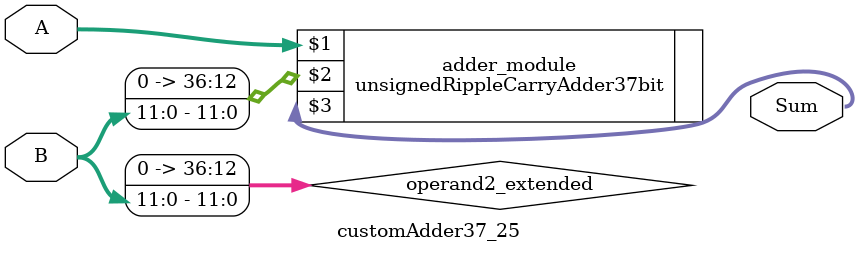
<source format=v>
module customAdder37_25(
                        input [36 : 0] A,
                        input [11 : 0] B,
                        
                        output [37 : 0] Sum
                );

        wire [36 : 0] operand2_extended;
        
        assign operand2_extended =  {25'b0, B};
        
        unsignedRippleCarryAdder37bit adder_module(
            A,
            operand2_extended,
            Sum
        );
        
        endmodule
        
</source>
